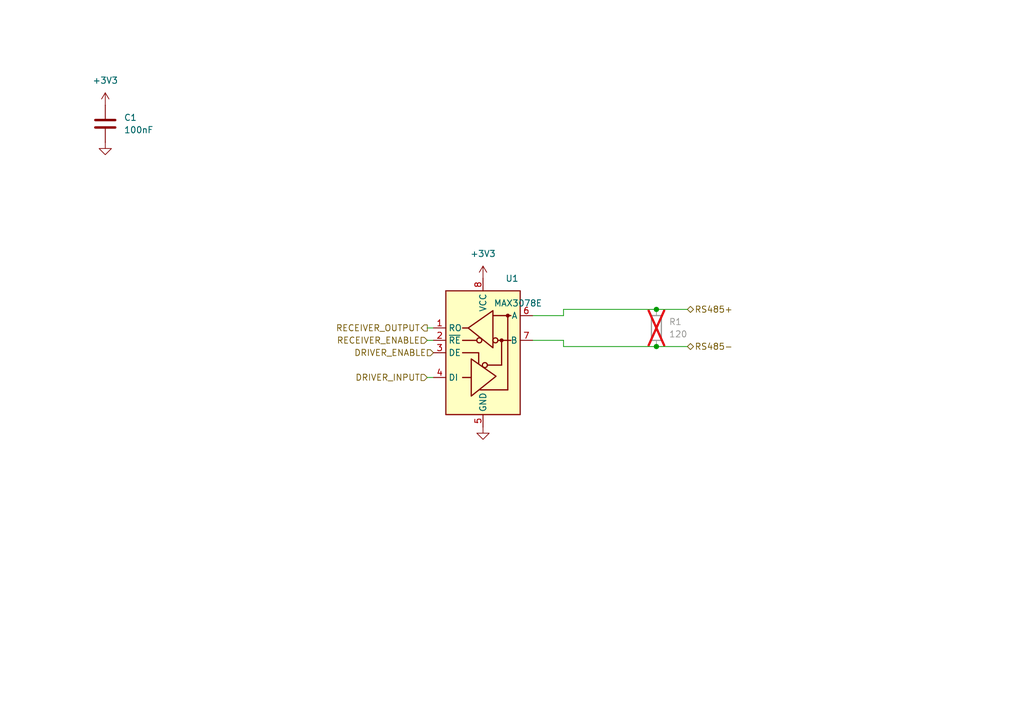
<source format=kicad_sch>
(kicad_sch (version 20250114) (generator "eeschema") (generator_version "9.0")
  (paper "A5")
  (lib_symbols
    (symbol "Device:C" (pin_numbers (hide yes)) (pin_names (offset 0.254))
      (property "Reference" "C" (at 0.635 2.54 0))
      (property "Value" "C" (at 0.635 -2.54 0))
      (symbol "C_0_1"
        (polyline (pts (xy -2.032 0.762) (xy 2.032 0.762)) (stroke (width 0.508)))
        (polyline (pts (xy -2.032 -0.762) (xy 2.032 -0.762)) (stroke (width 0.508)))
      )
      (symbol "C_1_1"
        (pin passive line (at 0 3.81 270) (length 2.794) (name "~") (number "1"))
        (pin passive line (at 0 -3.81 90) (length 2.794) (name "~") (number "2"))
      )
    )
    (symbol "Device:R" (pin_numbers (hide yes)) (pin_names (offset 0))
      (property "Reference" "R" (at 2.032 0 90))
      (property "Value" "R" (at 0 0 90))
      (symbol "R_0_1"
        (rectangle (start -1.016 -2.54) (end 1.016 2.54) (stroke (width 0.254)))
      )
      (symbol "R_1_1"
        (pin passive line (at 0 3.81 270) (length 1.27) (name "~") (number "1"))
        (pin passive line (at 0 -3.81 90) (length 1.27) (name "~") (number "2"))
      )
    )
    (symbol "Interface_UART:MAX3078E"
      (property "Reference" "U" (at -7.62 13.97 0))
      (property "Value" "MAX3078E" (at 1.905 13.97 0))
      (symbol "MAX3078E_0_1"
        (rectangle (start -7.62 12.7) (end 7.62 -12.7) (stroke (width 0.254)) (fill (type background)))
        (polyline (pts (xy -4.191 2.54) (xy -1.27 2.54)) (stroke (width 0.254)))
        (polyline (pts (xy -4.191 0) (xy -0.889 0) (xy -0.889 -2.286)) (stroke (width 0.254)))
        (polyline (pts (xy -3.175 5.08) (xy -4.191 5.08) (xy -4.064 5.08)) (stroke (width 0.254)))
        (polyline (pts (xy -2.54 -5.08) (xy -4.191 -5.08)) (stroke (width 0.254)))
        (polyline (pts (xy -2.413 -5.08) (xy -2.413 -1.27) (xy 2.667 -4.826) (xy -2.413 -8.89) (xy -2.413 -5.08)) (stroke (width 0.254)))
        (polyline (pts (xy -0.635 -7.62) (xy 5.08 -7.62)) (stroke (width 0.254)))
        (circle (center 0.381 -2.54) (radius 0.508) (stroke (width 0.254)))
        (polyline (pts (xy 0.889 -2.54) (xy 3.81 -2.54)) (stroke (width 0.254)))
        (polyline (pts (xy 2.032 7.62) (xy 5.715 7.62)) (stroke (width 0.254)))
        (polyline (pts (xy 3.048 2.54) (xy 5.715 2.54)) (stroke (width 0.254)))
        (circle (center 3.81 2.54) (radius 0.2794) (stroke (width 0.254)) (fill (type outline)))
        (polyline (pts (xy 3.81 -2.54) (xy 3.81 2.54)) (stroke (width 0.254)))
        (polyline (pts (xy 5.08 -7.62) (xy 5.08 7.62)) (stroke (width 0.254)))
      )
      (symbol "MAX3078E_1_1"
        (circle (center -0.762 2.54) (radius 0.508) (stroke (width 0.254)))
        (polyline (pts (xy 2.032 4.826) (xy 2.032 8.636) (xy -3.048 5.08) (xy 2.032 1.016) (xy 2.032 4.826)) (stroke (width 0.254)))
        (circle (center 2.54 2.54) (radius 0.508) (stroke (width 0.254)))
        (circle (center 5.08 7.62) (radius 0.2794) (stroke (width 0.254)) (fill (type outline)))
        (pin output line (at -10.16 5.08 0) (length 2.54) (name "RO") (number "1"))
        (pin input line (at -10.16 2.54 0) (length 2.54) (name "~{RE}") (number "2"))
        (pin input line (at -10.16 0 0) (length 2.54) (name "DE") (number "3"))
        (pin input line (at -10.16 -5.08 0) (length 2.54) (name "DI") (number "4"))
        (pin power_in line (at 0 15.24 270) (length 2.54) (name "VCC") (number "8"))
        (pin power_in line (at 0 -15.24 90) (length 2.54) (name "GND") (number "5"))
        (pin bidirectional line (at 10.16 7.62 180) (length 2.54) (name "A") (number "6"))
        (pin bidirectional line (at 10.16 2.54 180) (length 2.54) (name "B") (number "7"))
      )
    )
    (symbol "power:+3V3" (power) (pin_numbers (hide yes)) (pin_names (offset 0) (hide yes))
      (property "Value" "+3V3" (at 0 3.556 0))
      (symbol "+3V3_0_1"
        (polyline (pts (xy -0.762 1.27) (xy 0 2.54)))
        (polyline (pts (xy 0 2.54) (xy 0.762 1.27)))
        (polyline (pts (xy 0 0) (xy 0 2.54)))
      )
      (symbol "+3V3_1_1"
        (pin power_in line (at 0 0 90) (length 0) (name "~") (number "1"))
      )
    )
    (symbol "power:GND" (power) (pin_numbers (hide yes)) (pin_names (offset 0) (hide yes))
      (property "Value" "GND" (at 0 -3.81 0))
      (symbol "GND_0_1"
        (polyline (pts (xy 0 0) (xy 0 -1.27) (xy 1.27 -1.27) (xy 0 -2.54) (xy -1.27 -1.27) (xy 0 -1.27)))
      )
      (symbol "GND_1_1"
        (pin power_in line (at 0 0 270) (length 0) (name "~") (number "1"))
      )
    )
  )
  (junction (at 134.62 63.5))
  (junction (at 134.62 71.12))
  (wire (pts (xy 140.97 63.5) (xy 134.62 63.5)))
  (wire (pts (xy 115.57 63.5) (xy 115.57 64.77)))
  (wire (pts (xy 88.9 69.85) (xy 87.63 69.85)))
  (wire (pts (xy 115.57 71.12) (xy 115.57 69.85)))
  (wire (pts (xy 109.22 64.77) (xy 115.57 64.77)))
  (wire (pts (xy 134.62 71.12) (xy 115.57 71.12)))
  (wire (pts (xy 134.62 63.5) (xy 115.57 63.5)))
  (wire (pts (xy 88.9 67.31) (xy 87.63 67.31)))
  (wire (pts (xy 109.22 69.85) (xy 115.57 69.85)))
  (wire (pts (xy 140.97 71.12) (xy 134.62 71.12)))
  (wire (pts (xy 88.9 77.47) (xy 87.63 77.47)))
  (hierarchical_label "RS485-" (shape bidirectional) (at 140.97 71.12 0))
  (hierarchical_label "DRIVER_ENABLE" (shape input) (at 88.9 72.39 180))
  (hierarchical_label "DRIVER_INPUT" (shape input) (at 87.63 77.47 180))
  (hierarchical_label "RECEIVER_ENABLE" (shape input) (at 87.63 69.85 180))
  (hierarchical_label "RS485+" (shape bidirectional) (at 140.97 63.5 0))
  (hierarchical_label "RECEIVER_OUTPUT" (shape output) (at 87.63 67.31 180))
  (symbol (lib_id "power:GND") (at 21.59 29.21 0) (unit 1)
    (property "Reference" "#PWR02" (effects (hide yes)))
    (property "Value" "GND" (effects (hide yes)))
    (property "Description" "Power symbol creates a global label with name \"GND\" , ground" (effects (hide yes)))
  )
  (symbol (lib_id "Interface_UART:MAX3078E") (at 99.06 72.39 0) (unit 1)
    (property "Reference" "U1" (at 103.632 57.15 0) (effects (justify left)))
    (property "Value" "MAX3078E" (at 101.2541 62.23 0) (effects (justify left)))
    (property "Footprint" "Package_SO:SOIC-8_3.9x4.9mm_P1.27mm" (effects (hide yes)))
    (property "Datasheet" "https://www.lcsc.com/datasheet/lcsc_datasheet_2108150430_BL-Shanghai-Belling-BL3085N-I56_C2885450.pdf" (effects (hide yes)))
    (property "Description" "Transceiver 500Kbps SOIC-8 RS-485 / RS-422 ICs ROHS" (effects (hide yes)))
    (property "LCSC" "C2885450" (effects (hide yes)))
    (property "#" "C2885450" (effects (hide yes)))
    (property "Height" "1.7" (effects (hide yes)))
    (property "Length" "4.9" (effects (hide yes)))
    (property "Width" "3.9" (effects (hide yes)))
    (property "Tape" "12x8" (effects (hide yes)))
  )
  (symbol (lib_id "power:+3V3") (at 99.06 57.15 0) (unit 1)
    (property "Reference" "#PWR03" (effects (hide yes)))
    (property "Value" "+3V3" (at 99.06 52.07 0))
    (property "Description" "Power symbol creates a global label with name \"+3V3\"" (effects (hide yes)))
  )
  (symbol (lib_id "power:GND") (at 99.06 87.63 0) (unit 1)
    (property "Reference" "#PWR04" (effects (hide yes)))
    (property "Value" "GND" (effects (hide yes)))
    (property "Description" "Power symbol creates a global label with name \"GND\" , ground" (effects (hide yes)))
  )
  (symbol (lib_id "Device:R") (at 134.62 67.31 0) (unit 1) (in_bom no) (dnp yes)
    (property "Reference" "R1" (at 137.16 66.0399 0) (effects (justify left)))
    (property "Value" "120" (at 137.16 68.5799 0) (effects (justify left)))
    (property "Footprint" "Resistor_SMD:R_0603_1608Metric" (effects (hide yes)))
    (property "Description" "100mW Thick Film Resistor 75V ±100ppm/℃ ±1% 120Ω 0603 Chip Resistor - Surface Mount ROHS" (effects (hide yes)))
    (property "#" "C22765" (effects (hide yes)))
    (property "Length" "1.6" (effects (hide yes)))
    (property "Tape" "8x4" (effects (hide yes)))
    (property "Width" ".8" (effects (hide yes)))
    (property "Height" ".45" (effects (hide yes)))
  )
  (symbol (lib_id "power:+3V3") (at 21.59 21.59 0) (unit 1)
    (property "Reference" "#PWR01" (effects (hide yes)))
    (property "Value" "+3V3" (at 21.59 16.51 0))
    (property "Description" "Power symbol creates a global label with name \"+3V3\"" (effects (hide yes)))
  )
  (symbol (lib_id "Device:C") (at 21.59 25.4 0) (unit 1)
    (property "Reference" "C1" (at 25.4 24.1299 0) (effects (justify left)))
    (property "Value" "100nF" (at 25.4 26.6699 0) (effects (justify left)))
    (property "Footprint" "Capacitor_SMD:C_0603_1608Metric" (effects (hide yes)))
    (property "Description" "50V 100nF X7R ±10% 0603 Multilayer Ceramic Capacitors MLCC - SMD/SMT ROHS" (effects (hide yes)))
    (property "LCSC" "C14663" (effects (hide yes)))
    (property "#" "C14663" (effects (hide yes)))
    (property "Length" "1.6" (effects (hide yes)))
    (property "Width" ".8" (effects (hide yes)))
    (property "Height" ".8" (effects (hide yes)))
    (property "Tape" "8x4" (effects (hide yes)))
  )
)
</source>
